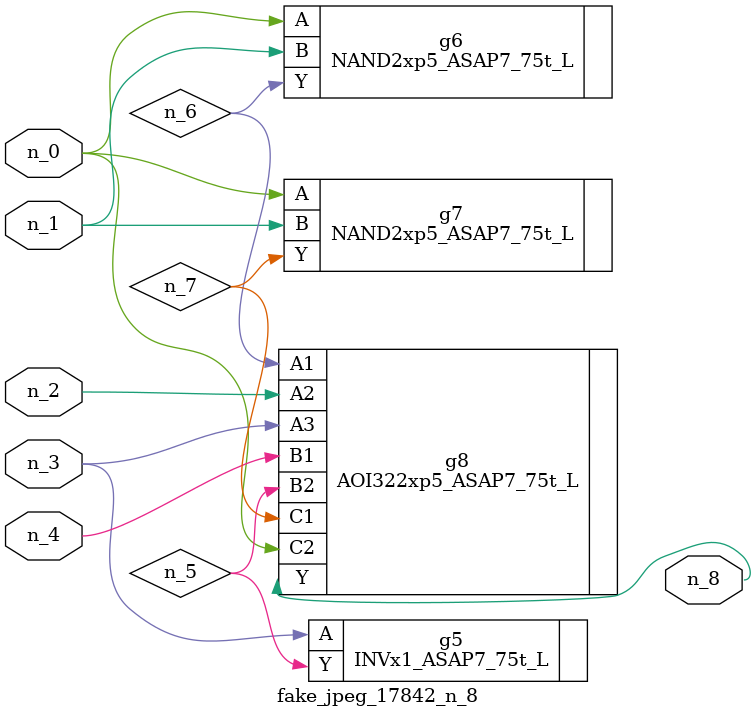
<source format=v>
module fake_jpeg_17842_n_8 (n_3, n_2, n_1, n_0, n_4, n_8);

input n_3;
input n_2;
input n_1;
input n_0;
input n_4;

output n_8;

wire n_6;
wire n_5;
wire n_7;

INVx1_ASAP7_75t_L g5 ( 
.A(n_3),
.Y(n_5)
);

NAND2xp5_ASAP7_75t_L g6 ( 
.A(n_0),
.B(n_1),
.Y(n_6)
);

NAND2xp5_ASAP7_75t_L g7 ( 
.A(n_0),
.B(n_1),
.Y(n_7)
);

AOI322xp5_ASAP7_75t_L g8 ( 
.A1(n_6),
.A2(n_2),
.A3(n_3),
.B1(n_4),
.B2(n_5),
.C1(n_7),
.C2(n_0),
.Y(n_8)
);


endmodule
</source>
